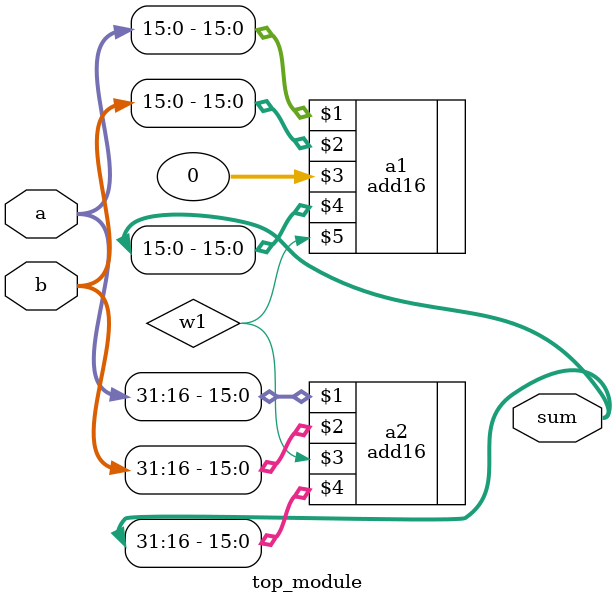
<source format=v>
module top_module(
    input [31:0] a,
    input [31:0] b,
    output [31:0] sum
);
    wire w1;
    add16 a1(a[15:0],b[15:0],0,sum[15:0],w1);
    //no need for cout in the second adder, so no initialisation for the cout
    add16 a2(a[31:16],b[31:16],w1,sum[31:16]);    
endmodule

</source>
